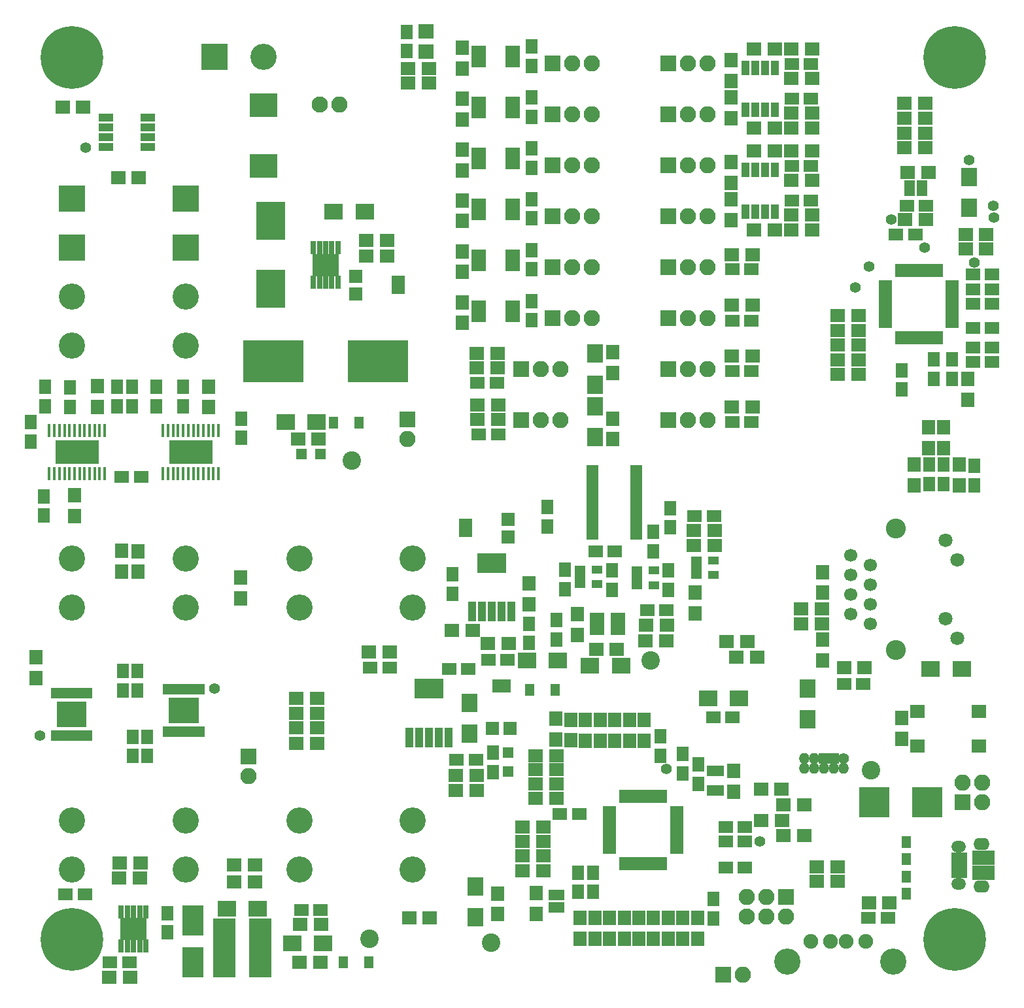
<source format=gbr>
G04 #@! TF.FileFunction,Soldermask,Top*
%FSLAX46Y46*%
G04 Gerber Fmt 4.6, Leading zero omitted, Abs format (unit mm)*
G04 Created by KiCad (PCBNEW 4.0.6) date 01/31/18 03:36:11*
%MOMM*%
%LPD*%
G01*
G04 APERTURE LIST*
%ADD10C,0.100000*%
%ADD11R,2.100000X2.100000*%
%ADD12O,2.100000X2.100000*%
%ADD13C,3.400000*%
%ADD14R,1.650000X1.900000*%
%ADD15R,1.900000X1.650000*%
%ADD16R,1.900000X1.700000*%
%ADD17R,1.000000X1.950000*%
%ADD18R,1.700000X1.900000*%
%ADD19R,1.850000X0.850000*%
%ADD20R,2.400000X2.000000*%
%ADD21R,3.700000X4.900000*%
%ADD22R,2.400000X2.100000*%
%ADD23R,1.300000X1.600000*%
%ADD24R,1.400000X1.400000*%
%ADD25R,2.100000X2.400000*%
%ADD26R,3.900000X3.900000*%
%ADD27C,2.100000*%
%ADD28R,2.050000X0.800000*%
%ADD29O,1.900000X1.500000*%
%ADD30O,2.100000X1.600000*%
%ADD31R,2.900000X1.830000*%
%ADD32R,7.900000X5.400000*%
%ADD33R,3.600000X3.100000*%
%ADD34R,0.650000X1.700000*%
%ADD35R,1.700000X0.650000*%
%ADD36R,0.900000X0.900000*%
%ADD37R,3.400000X3.000000*%
%ADD38R,0.750000X1.750000*%
%ADD39R,1.000000X2.600000*%
%ADD40R,3.850000X2.550000*%
%ADD41R,1.460000X1.050000*%
%ADD42R,1.960000X1.050000*%
%ADD43R,0.850000X1.450000*%
%ADD44R,1.295000X1.870000*%
%ADD45R,0.800000X1.900000*%
%ADD46C,1.400000*%
%ADD47O,1.400000X1.400000*%
%ADD48R,1.700000X1.700000*%
%ADD49R,1.700000X2.400000*%
%ADD50R,1.400000X1.100000*%
%ADD51R,2.200000X1.400000*%
%ADD52R,1.100000X1.400000*%
%ADD53C,8.100000*%
%ADD54C,1.100000*%
%ADD55R,3.400000X3.400000*%
%ADD56R,0.440000X1.740000*%
%ADD57R,5.660000X3.150000*%
%ADD58R,1.500000X0.700000*%
%ADD59C,1.700000*%
%ADD60C,2.584400*%
%ADD61C,1.808000*%
%ADD62R,3.000000X7.700000*%
%ADD63R,2.700000X3.900000*%
%ADD64R,2.400000X1.700000*%
%ADD65R,1.950000X1.700000*%
%ADD66R,1.950000X1.000000*%
%ADD67C,1.901140*%
%ADD68C,3.399740*%
%ADD69C,2.400000*%
G04 APERTURE END LIST*
D10*
D11*
X90683080Y-125227080D03*
D12*
X93223080Y-125227080D03*
D13*
X21040000Y-105295000D03*
X21040000Y-111645000D03*
D14*
X83800000Y-67250000D03*
X83800000Y-64750000D03*
D15*
X102050000Y-20400000D03*
X99550000Y-20400000D03*
X102050000Y-24900000D03*
X99550000Y-24900000D03*
D16*
X99450000Y-18500000D03*
X102150000Y-18500000D03*
D17*
X97405000Y-20950000D03*
X96135000Y-20950000D03*
X94865000Y-20950000D03*
X93595000Y-20950000D03*
X93595000Y-26350000D03*
X94865000Y-26350000D03*
X96135000Y-26350000D03*
X97405000Y-26350000D03*
D16*
X97350000Y-28700000D03*
X94650000Y-28700000D03*
X102150000Y-26800000D03*
X99450000Y-26800000D03*
X97350000Y-18500000D03*
X94650000Y-18500000D03*
X102150000Y-22300000D03*
X99450000Y-22300000D03*
X99450000Y-28700000D03*
X102150000Y-28700000D03*
D11*
X83560000Y-26950000D03*
D12*
X86100000Y-26950000D03*
X88640000Y-26950000D03*
D11*
X83560000Y-20350000D03*
D12*
X86100000Y-20350000D03*
X88640000Y-20350000D03*
D18*
X91700000Y-24750000D03*
X91700000Y-27450000D03*
X91700000Y-22650000D03*
X91700000Y-19950000D03*
D14*
X65830000Y-40440000D03*
X65830000Y-37940000D03*
X65830000Y-33840000D03*
X65830000Y-31340000D03*
X65830000Y-27240000D03*
X65830000Y-24740000D03*
X65830000Y-20640000D03*
X65830000Y-18140000D03*
D18*
X56910000Y-38080000D03*
X56910000Y-40780000D03*
X56910000Y-31480000D03*
X56910000Y-34180000D03*
X56910000Y-24880000D03*
X56910000Y-27580000D03*
X56910000Y-18280000D03*
X56910000Y-20980000D03*
D19*
X63390000Y-40225000D03*
X63390000Y-39575000D03*
X63390000Y-38925000D03*
X63390000Y-38275000D03*
X58990000Y-38275000D03*
X58990000Y-38925000D03*
X58990000Y-39575000D03*
X58990000Y-40225000D03*
X63390000Y-33625000D03*
X63390000Y-32975000D03*
X63390000Y-32325000D03*
X63390000Y-31675000D03*
X58990000Y-31675000D03*
X58990000Y-32325000D03*
X58990000Y-32975000D03*
X58990000Y-33625000D03*
X63390000Y-27025000D03*
X63390000Y-26375000D03*
X63390000Y-25725000D03*
X63390000Y-25075000D03*
X58990000Y-25075000D03*
X58990000Y-25725000D03*
X58990000Y-26375000D03*
X58990000Y-27025000D03*
X63390000Y-20425000D03*
X63390000Y-19775000D03*
X63390000Y-19125000D03*
X63390000Y-18475000D03*
X58990000Y-18475000D03*
X58990000Y-19125000D03*
X58990000Y-19775000D03*
X58990000Y-20425000D03*
D11*
X68590000Y-40150000D03*
D12*
X71130000Y-40150000D03*
X73670000Y-40150000D03*
D11*
X68590000Y-33550000D03*
D12*
X71130000Y-33550000D03*
X73670000Y-33550000D03*
D11*
X68590000Y-26950000D03*
D12*
X71130000Y-26950000D03*
X73670000Y-26950000D03*
D11*
X68590000Y-20350000D03*
D12*
X71130000Y-20350000D03*
X73670000Y-20350000D03*
D19*
X63390000Y-13825000D03*
X63390000Y-13175000D03*
X63390000Y-12525000D03*
X63390000Y-11875000D03*
X58990000Y-11875000D03*
X58990000Y-12525000D03*
X58990000Y-13175000D03*
X58990000Y-13825000D03*
D18*
X56910000Y-11680000D03*
X56910000Y-14380000D03*
D11*
X68590000Y-13750000D03*
D12*
X71130000Y-13750000D03*
X73670000Y-13750000D03*
D14*
X65830000Y-14040000D03*
X65830000Y-11540000D03*
D15*
X123000000Y-38300000D03*
X125500000Y-38300000D03*
X113050000Y-29350000D03*
X115550000Y-29350000D03*
X114450000Y-25550000D03*
X116950000Y-25550000D03*
X108800000Y-87550000D03*
X106300000Y-87550000D03*
D14*
X117350000Y-59150000D03*
X117350000Y-61650000D03*
X119250000Y-59150000D03*
X119250000Y-61650000D03*
X123200000Y-61800000D03*
X123200000Y-59300000D03*
D15*
X123000000Y-34500000D03*
X125500000Y-34500000D03*
D14*
X120350000Y-45500000D03*
X120350000Y-48000000D03*
D15*
X123000000Y-36400000D03*
X125500000Y-36400000D03*
X123000000Y-41400000D03*
X125500000Y-41400000D03*
X123000000Y-43950000D03*
X125500000Y-43950000D03*
D14*
X117900000Y-45500000D03*
X117900000Y-48000000D03*
X113800000Y-46900000D03*
X113800000Y-49400000D03*
D15*
X123000000Y-45800000D03*
X125500000Y-45800000D03*
D20*
X40250000Y-26350000D03*
X44250000Y-26350000D03*
D15*
X8000000Y-114850000D03*
X5500000Y-114850000D03*
X13800000Y-123650000D03*
X11300000Y-123650000D03*
D14*
X18729960Y-119771480D03*
X18729960Y-117271480D03*
D20*
X30400000Y-116650000D03*
X26400000Y-116650000D03*
D14*
X55631080Y-75875200D03*
X55631080Y-73375200D03*
X65506600Y-82255680D03*
X65506600Y-79755680D03*
D15*
X60243400Y-84399120D03*
X62743400Y-84399120D03*
D14*
X69088000Y-81768000D03*
X69088000Y-79268000D03*
D15*
X47462760Y-85468460D03*
X44962760Y-85468460D03*
X56133680Y-97353120D03*
X58633680Y-97353120D03*
X57688800Y-85580220D03*
X55188800Y-85580220D03*
D14*
X60838080Y-96489200D03*
X60838080Y-98989200D03*
D15*
X74150000Y-70400000D03*
X76650000Y-70400000D03*
D14*
X81600000Y-67850000D03*
X81600000Y-70350000D03*
X67871680Y-64623000D03*
X67871680Y-67123000D03*
D15*
X86950000Y-65800000D03*
X89450000Y-65800000D03*
D14*
X70215760Y-72747820D03*
X70215760Y-75247820D03*
D15*
X80817840Y-77973000D03*
X83317840Y-77973000D03*
D14*
X76300000Y-72850000D03*
X76300000Y-75350000D03*
X83600000Y-75350000D03*
X83600000Y-72850000D03*
D15*
X102050000Y-7200000D03*
X99550000Y-7200000D03*
X102050000Y-11700000D03*
X99550000Y-11700000D03*
X58850000Y-48500000D03*
X61350000Y-48500000D03*
X59050000Y-55200000D03*
X61550000Y-55200000D03*
D14*
X49700000Y-3050000D03*
X49700000Y-5550000D03*
D15*
X94350000Y-33800000D03*
X91850000Y-33800000D03*
X94350000Y-40500000D03*
X91850000Y-40500000D03*
X94350000Y-47000000D03*
X91850000Y-47000000D03*
X94350000Y-53600000D03*
X91850000Y-53600000D03*
D14*
X65830000Y-7440000D03*
X65830000Y-4940000D03*
X14800000Y-88400000D03*
X14800000Y-85900000D03*
X12950000Y-88400000D03*
X12950000Y-85900000D03*
X14200000Y-94400000D03*
X14200000Y-96900000D03*
X16100000Y-94400000D03*
X16100000Y-96900000D03*
X17230000Y-49050000D03*
X17230000Y-51550000D03*
X14127480Y-49054700D03*
X14127480Y-51554700D03*
X2890000Y-49050000D03*
X2890000Y-51550000D03*
X1016000Y-56114000D03*
X1016000Y-53614000D03*
X20750000Y-51550000D03*
X20750000Y-49050000D03*
D15*
X12800000Y-60700000D03*
X15300000Y-60700000D03*
D14*
X28239720Y-55672040D03*
X28239720Y-53172040D03*
X6106160Y-51648680D03*
X6106160Y-49148680D03*
X2670000Y-65750000D03*
X2670000Y-63250000D03*
X12192000Y-49042000D03*
X12192000Y-51542000D03*
D15*
X93500000Y-107950000D03*
X91000000Y-107950000D03*
D21*
X32100000Y-36350000D03*
X32100000Y-27550000D03*
D22*
X38050000Y-53600000D03*
X34050000Y-53600000D03*
D23*
X43550000Y-53700000D03*
X40250000Y-53700000D03*
D24*
X36050000Y-57750000D03*
X38550000Y-57750000D03*
D22*
X34900000Y-121200000D03*
X38900000Y-121200000D03*
D23*
X41460960Y-123634760D03*
X44760960Y-123634760D03*
D22*
X77438000Y-85217000D03*
X73438000Y-85217000D03*
D23*
X68949840Y-88300560D03*
X65649840Y-88300560D03*
D25*
X58552080Y-117824000D03*
X58552080Y-113824000D03*
D24*
X62829440Y-96448560D03*
X62829440Y-98948560D03*
D25*
X74100000Y-48750000D03*
X74100000Y-44750000D03*
X74100000Y-51600000D03*
X74100000Y-55600000D03*
D26*
X110250000Y-102900000D03*
X117050000Y-102900000D03*
D27*
X38410000Y-12450000D03*
D12*
X40950000Y-12450000D03*
D27*
X93726000Y-117729000D03*
D12*
X93726000Y-115189000D03*
X96266000Y-117729000D03*
X96266000Y-115189000D03*
X98806000Y-117729000D03*
D11*
X98806000Y-115189000D03*
D28*
X121270000Y-112380000D03*
X121270000Y-111730000D03*
X121270000Y-111080000D03*
X121270000Y-110430000D03*
X121270000Y-109780000D03*
D29*
X121150000Y-113500000D03*
X121150000Y-108660000D03*
D30*
X124150000Y-113810000D03*
X124150000Y-108350000D03*
D31*
X124390000Y-112040000D03*
X124390000Y-110120000D03*
D25*
X101600000Y-92170000D03*
X101600000Y-88170000D03*
D32*
X32450000Y-45775000D03*
X45950000Y-45775000D03*
D22*
X65294760Y-84526120D03*
X69294760Y-84526120D03*
D25*
X57807860Y-90006420D03*
X57807860Y-94006420D03*
D16*
X116950000Y-27400000D03*
X114250000Y-27400000D03*
X117250000Y-21250000D03*
X114550000Y-21250000D03*
X109000000Y-85450000D03*
X106300000Y-85450000D03*
D18*
X103550000Y-84550000D03*
X103550000Y-81850000D03*
X103550000Y-73050000D03*
X103550000Y-75750000D03*
D16*
X103450000Y-79750000D03*
X100750000Y-79750000D03*
X103450000Y-77800000D03*
X100750000Y-77800000D03*
X124750000Y-29300000D03*
X122050000Y-29300000D03*
X92376000Y-84074000D03*
X95076000Y-84074000D03*
X122050000Y-31200000D03*
X124750000Y-31200000D03*
D18*
X115400000Y-59150000D03*
X115400000Y-61850000D03*
X121250000Y-59150000D03*
X121250000Y-61850000D03*
D16*
X116868000Y-18077000D03*
X114168000Y-18077000D03*
X108192800Y-41743320D03*
X105492800Y-41743320D03*
X116868000Y-16177000D03*
X114168000Y-16177000D03*
X108192800Y-39843320D03*
X105492800Y-39843320D03*
X116868000Y-14277000D03*
X114168000Y-14277000D03*
X91106000Y-82042000D03*
X93806000Y-82042000D03*
D18*
X119250000Y-57000000D03*
X119250000Y-54300000D03*
D16*
X114168000Y-12327000D03*
X116868000Y-12327000D03*
X105492800Y-47443320D03*
X108192800Y-47443320D03*
X105492800Y-45543320D03*
X108192800Y-45543320D03*
X105492800Y-43643320D03*
X108192800Y-43643320D03*
D18*
X117300000Y-57000000D03*
X117300000Y-54300000D03*
X122300000Y-48000000D03*
X122300000Y-50700000D03*
D33*
X31175000Y-20425000D03*
X31175000Y-12525000D03*
D16*
X47180000Y-30100000D03*
X44480000Y-30100000D03*
X38300000Y-55800000D03*
X35600000Y-55800000D03*
X12434580Y-112727740D03*
X15134580Y-112727740D03*
X13850000Y-125600000D03*
X11150000Y-125600000D03*
X30041840Y-113223040D03*
X27341840Y-113223040D03*
X38550000Y-123600000D03*
X35850000Y-123600000D03*
X58246000Y-80645000D03*
X55546000Y-80645000D03*
X60173880Y-82296000D03*
X62873880Y-82296000D03*
X47506880Y-83428840D03*
X44806880Y-83428840D03*
X56074320Y-99395280D03*
X58774320Y-99395280D03*
X52698640Y-117896640D03*
X49998640Y-117896640D03*
D18*
X71755000Y-81233000D03*
X71755000Y-78533000D03*
D16*
X86850000Y-69600000D03*
X89550000Y-69600000D03*
X74215000Y-83058000D03*
X76915000Y-83058000D03*
X86850000Y-67700000D03*
X89550000Y-67700000D03*
X83367840Y-79973000D03*
X80667840Y-79973000D03*
X83317840Y-81973000D03*
X80617840Y-81973000D03*
D18*
X91700000Y-9450000D03*
X91700000Y-6750000D03*
X91700000Y-11550000D03*
X91700000Y-14250000D03*
D16*
X99450000Y-5300000D03*
X102150000Y-5300000D03*
X99450000Y-15500000D03*
X102150000Y-15500000D03*
X97350000Y-5300000D03*
X94650000Y-5300000D03*
X97350000Y-15500000D03*
X94650000Y-15500000D03*
X102150000Y-9100000D03*
X99450000Y-9100000D03*
X102150000Y-13600000D03*
X99450000Y-13600000D03*
D18*
X76400000Y-47250000D03*
X76400000Y-44550000D03*
X76400000Y-53150000D03*
X76400000Y-55850000D03*
D16*
X61450000Y-44700000D03*
X58750000Y-44700000D03*
X58750000Y-46600000D03*
X61450000Y-46600000D03*
X61550000Y-51400000D03*
X58850000Y-51400000D03*
X58850000Y-53300000D03*
X61550000Y-53300000D03*
X49838120Y-7808294D03*
X52538120Y-7808294D03*
X52548120Y-9668294D03*
X49848120Y-9668294D03*
X94450000Y-31900000D03*
X91750000Y-31900000D03*
X94450000Y-38500000D03*
X91750000Y-38500000D03*
X94450000Y-45100000D03*
X91750000Y-45100000D03*
X94450000Y-51700000D03*
X91750000Y-51700000D03*
D18*
X56910000Y-5080000D03*
X56910000Y-7780000D03*
X61493400Y-114702600D03*
X61493400Y-117402600D03*
X24018240Y-49002960D03*
X24018240Y-51702960D03*
X6700000Y-65800000D03*
X6700000Y-63100000D03*
X9660000Y-48950000D03*
X9660000Y-51650000D03*
X113800000Y-94700000D03*
X113800000Y-92000000D03*
D34*
X113250000Y-42700000D03*
X113750000Y-42700000D03*
X114250000Y-42700000D03*
X114750000Y-42700000D03*
X115250000Y-42700000D03*
X115750000Y-42700000D03*
X116250000Y-42700000D03*
X116750000Y-42700000D03*
X117250000Y-42700000D03*
X117750000Y-42700000D03*
X118250000Y-42700000D03*
X118750000Y-42700000D03*
D35*
X120350000Y-41100000D03*
X120350000Y-40600000D03*
X120350000Y-40100000D03*
X120350000Y-39600000D03*
X120350000Y-39100000D03*
X120350000Y-38600000D03*
X120350000Y-38100000D03*
X120350000Y-37600000D03*
X120350000Y-37100000D03*
X120350000Y-36600000D03*
X120350000Y-36100000D03*
X120350000Y-35600000D03*
D34*
X118750000Y-34000000D03*
X118250000Y-34000000D03*
X117750000Y-34000000D03*
X117250000Y-34000000D03*
X116750000Y-34000000D03*
X116250000Y-34000000D03*
X115750000Y-34000000D03*
X115250000Y-34000000D03*
X114750000Y-34000000D03*
X114250000Y-34000000D03*
X113750000Y-34000000D03*
X113250000Y-34000000D03*
D35*
X111650000Y-35600000D03*
X111650000Y-36100000D03*
X111650000Y-36600000D03*
X111650000Y-37100000D03*
X111650000Y-37600000D03*
X111650000Y-38100000D03*
X111650000Y-38600000D03*
X111650000Y-39100000D03*
X111650000Y-39600000D03*
X111650000Y-40100000D03*
X111650000Y-40600000D03*
X111650000Y-41100000D03*
D36*
X39200000Y-33275000D03*
X38450000Y-34025000D03*
X39950000Y-34025000D03*
X39950000Y-32525000D03*
X38450000Y-32525000D03*
D37*
X39200000Y-33275000D03*
D38*
X39200000Y-31050000D03*
X40800000Y-31050000D03*
X40000000Y-31050000D03*
X38400000Y-31050000D03*
X37600000Y-31050000D03*
X37600000Y-35500000D03*
X38400000Y-35500000D03*
X39200000Y-35500000D03*
X40000000Y-35500000D03*
X40800000Y-35500000D03*
D36*
X14325600Y-119331740D03*
X13575600Y-120081740D03*
X15075600Y-120081740D03*
X15075600Y-118581740D03*
X13575600Y-118581740D03*
D37*
X14325600Y-119331740D03*
D38*
X14325600Y-117106740D03*
X15925600Y-117106740D03*
X15125600Y-117106740D03*
X13525600Y-117106740D03*
X12725600Y-117106740D03*
X12725600Y-121556740D03*
X13525600Y-121556740D03*
X14325600Y-121556740D03*
X15125600Y-121556740D03*
X15925600Y-121556740D03*
D39*
X61991680Y-78210500D03*
X59451680Y-78210500D03*
D40*
X60721680Y-71910500D03*
D39*
X60721680Y-78210500D03*
X63261680Y-78210500D03*
X58181680Y-78210500D03*
X53870000Y-94487500D03*
X51330000Y-94487500D03*
D40*
X52600000Y-88187500D03*
D39*
X52600000Y-94487500D03*
X55140000Y-94487500D03*
X50060000Y-94487500D03*
D41*
X87200000Y-71550000D03*
X87200000Y-72500000D03*
X87200000Y-73450000D03*
X89400000Y-73450000D03*
X89400000Y-71550000D03*
D42*
X74342000Y-78806000D03*
X74342000Y-79756000D03*
X74342000Y-80706000D03*
X77042000Y-80706000D03*
X77042000Y-78806000D03*
X77042000Y-79756000D03*
D41*
X79500000Y-72850000D03*
X79500000Y-73800000D03*
X79500000Y-74750000D03*
X81700000Y-74750000D03*
X81700000Y-72850000D03*
X72100000Y-72750000D03*
X72100000Y-73700000D03*
X72100000Y-74650000D03*
X74300000Y-74650000D03*
X74300000Y-72750000D03*
D17*
X97405000Y-7750000D03*
X96135000Y-7750000D03*
X94865000Y-7750000D03*
X93595000Y-7750000D03*
X93595000Y-13150000D03*
X94865000Y-13150000D03*
X96135000Y-13150000D03*
X97405000Y-13150000D03*
D19*
X63390000Y-7225000D03*
X63390000Y-6575000D03*
X63390000Y-5925000D03*
X63390000Y-5275000D03*
X58990000Y-5275000D03*
X58990000Y-5925000D03*
X58990000Y-6575000D03*
X58990000Y-7225000D03*
D43*
X8585000Y-88710000D03*
X7935000Y-88710000D03*
X7285000Y-88710000D03*
X6635000Y-88710000D03*
X5985000Y-88710000D03*
X5335000Y-88710000D03*
X4685000Y-88710000D03*
X4035000Y-88710000D03*
X4035000Y-94260000D03*
X4685000Y-94260000D03*
X5335000Y-94260000D03*
X5985000Y-94260000D03*
X6635000Y-94260000D03*
X7285000Y-94260000D03*
X7935000Y-94260000D03*
X8585000Y-94260000D03*
D44*
X4967500Y-92220000D03*
X5862500Y-92220000D03*
X6757500Y-92220000D03*
X7652500Y-92220000D03*
X4967500Y-90750000D03*
X5862500Y-90750000D03*
X6757500Y-90750000D03*
X7652500Y-90750000D03*
D43*
X18572500Y-93760000D03*
X19222500Y-93760000D03*
X19872500Y-93760000D03*
X20522500Y-93760000D03*
X21172500Y-93760000D03*
X21822500Y-93760000D03*
X22472500Y-93760000D03*
X23122500Y-93760000D03*
X23122500Y-88210000D03*
X22472500Y-88210000D03*
X21822500Y-88210000D03*
X21172500Y-88210000D03*
X20522500Y-88210000D03*
X19872500Y-88210000D03*
X19222500Y-88210000D03*
X18572500Y-88210000D03*
D44*
X22190000Y-90250000D03*
X21295000Y-90250000D03*
X20400000Y-90250000D03*
X19505000Y-90250000D03*
X22190000Y-91720000D03*
X21295000Y-91720000D03*
X20400000Y-91720000D03*
X19505000Y-91720000D03*
D34*
X83050000Y-102150000D03*
X82550000Y-102150000D03*
X82050000Y-102150000D03*
X81550000Y-102150000D03*
X81050000Y-102150000D03*
X80550000Y-102150000D03*
X80050000Y-102150000D03*
X79550000Y-102150000D03*
X79050000Y-102150000D03*
X78550000Y-102150000D03*
X78050000Y-102150000D03*
X77550000Y-102150000D03*
D35*
X75950000Y-103750000D03*
X75950000Y-104250000D03*
X75950000Y-104750000D03*
X75950000Y-105250000D03*
X75950000Y-105750000D03*
X75950000Y-106250000D03*
X75950000Y-106750000D03*
X75950000Y-107250000D03*
X75950000Y-107750000D03*
X75950000Y-108250000D03*
X75950000Y-108750000D03*
X75950000Y-109250000D03*
D34*
X77550000Y-110850000D03*
X78050000Y-110850000D03*
X78550000Y-110850000D03*
X79050000Y-110850000D03*
X79550000Y-110850000D03*
X80050000Y-110850000D03*
X80550000Y-110850000D03*
X81050000Y-110850000D03*
X81550000Y-110850000D03*
X82050000Y-110850000D03*
X82550000Y-110850000D03*
X83050000Y-110850000D03*
D35*
X84650000Y-109250000D03*
X84650000Y-108750000D03*
X84650000Y-108250000D03*
X84650000Y-107750000D03*
X84650000Y-107250000D03*
X84650000Y-106750000D03*
X84650000Y-106250000D03*
X84650000Y-105750000D03*
X84650000Y-105250000D03*
X84650000Y-104750000D03*
X84650000Y-104250000D03*
X84650000Y-103750000D03*
D23*
X114360960Y-110279360D03*
X114360960Y-108079360D03*
X114386360Y-112575160D03*
X114386360Y-114775160D03*
D45*
X51550000Y-5630000D03*
X52200000Y-5630000D03*
X52850000Y-5630000D03*
X52850000Y-2970000D03*
X52200000Y-2970000D03*
X51550000Y-2970000D03*
D14*
X87435900Y-100515860D03*
X87435900Y-98015860D03*
X89408000Y-115463000D03*
X89408000Y-117963000D03*
X71900000Y-112000000D03*
X71900000Y-114500000D03*
D15*
X72049960Y-104373680D03*
X69549960Y-104373680D03*
X91007880Y-111368840D03*
X93507880Y-111368840D03*
D14*
X85435900Y-99165860D03*
X85435900Y-96665860D03*
X73800000Y-112000000D03*
X73800000Y-114500000D03*
D15*
X91000000Y-106100000D03*
X93500000Y-106100000D03*
X89387360Y-91866720D03*
X91887360Y-91866720D03*
D14*
X82550000Y-96881000D03*
X82550000Y-94381000D03*
D46*
X106290000Y-97230000D03*
D47*
X106290000Y-98500000D03*
D24*
X105020000Y-97230000D03*
D47*
X105020000Y-98500000D03*
D24*
X103750000Y-97230000D03*
D47*
X103750000Y-98500000D03*
X102480000Y-97230000D03*
X102480000Y-98500000D03*
X101210000Y-97230000D03*
X101210000Y-98500000D03*
D22*
X88749120Y-89435940D03*
X92749120Y-89435940D03*
D25*
X122500000Y-25850000D03*
X122500000Y-21850000D03*
D16*
X44480000Y-32100000D03*
X47180000Y-32100000D03*
X27362160Y-111008160D03*
X30062160Y-111008160D03*
D18*
X92024200Y-98799660D03*
X92024200Y-101499660D03*
X66500000Y-117400000D03*
X66500000Y-114700000D03*
D16*
X98500000Y-107200000D03*
X101200000Y-107200000D03*
D48*
X43130000Y-37025000D03*
X43130000Y-34725000D03*
D49*
X48630000Y-35875000D03*
D50*
X116400000Y-22800000D03*
X114800000Y-23800000D03*
X116400000Y-23800000D03*
X114800000Y-22800000D03*
D51*
X89635900Y-101365860D03*
X89635900Y-98865860D03*
D52*
X69600000Y-116500000D03*
X68600000Y-114900000D03*
X68600000Y-116500000D03*
X69600000Y-114900000D03*
D15*
X111994000Y-117856000D03*
X109494000Y-117856000D03*
D16*
X112221000Y-115951000D03*
X109521000Y-115951000D03*
X67350000Y-109850000D03*
X64650000Y-109850000D03*
X67350000Y-111800000D03*
X64650000Y-111800000D03*
X67350000Y-106150000D03*
X64650000Y-106150000D03*
X67350000Y-108000000D03*
X64650000Y-108000000D03*
D18*
X72850000Y-94900000D03*
X72850000Y-92200000D03*
X70972400Y-94888840D03*
X70972400Y-92188840D03*
X76650000Y-94900000D03*
X76650000Y-92200000D03*
X74750000Y-94900000D03*
X74750000Y-92200000D03*
D16*
X69100000Y-98700000D03*
X66400000Y-98700000D03*
X69100000Y-102400000D03*
X66400000Y-102400000D03*
X69100000Y-96850000D03*
X66400000Y-96850000D03*
X69100000Y-100550000D03*
X66400000Y-100550000D03*
D18*
X87350000Y-117900000D03*
X87350000Y-120600000D03*
X85450000Y-117900000D03*
X85450000Y-120600000D03*
X81650000Y-117900000D03*
X81650000Y-120600000D03*
X83550000Y-117900000D03*
X83550000Y-120600000D03*
D16*
X102790000Y-111252000D03*
X105490000Y-111252000D03*
X102790000Y-113157000D03*
X105490000Y-113157000D03*
X95600000Y-105250000D03*
X98300000Y-105250000D03*
X98472000Y-103251000D03*
X101172000Y-103251000D03*
X95551000Y-101219000D03*
X98251000Y-101219000D03*
D53*
X120650000Y-120650000D03*
D54*
X117850000Y-120650000D03*
X122629890Y-122629890D03*
X120650000Y-123450000D03*
X118670110Y-122629890D03*
X123450000Y-120650000D03*
X118670110Y-118670110D03*
X120650000Y-117850000D03*
X122629890Y-118670110D03*
D53*
X6350000Y-120650000D03*
D54*
X3550000Y-120650000D03*
X8329890Y-122629890D03*
X6350000Y-123450000D03*
X4370110Y-122629890D03*
X9150000Y-120650000D03*
X4370110Y-118670110D03*
X6350000Y-117850000D03*
X8329890Y-118670110D03*
D53*
X120650000Y-6350000D03*
D54*
X117850000Y-6350000D03*
X122629890Y-8329890D03*
X120650000Y-9150000D03*
X118670110Y-8329890D03*
X123450000Y-6350000D03*
X118670110Y-4370110D03*
X120650000Y-3550000D03*
X122629890Y-4370110D03*
D53*
X6350000Y-6350000D03*
D54*
X3550000Y-6350000D03*
X8329890Y-8329890D03*
X6350000Y-9150000D03*
X4370110Y-8329890D03*
X9150000Y-6350000D03*
X4370110Y-4370110D03*
X6350000Y-3550000D03*
X8329890Y-4370110D03*
D16*
X15200000Y-110750000D03*
X12500000Y-110750000D03*
X38600000Y-118750000D03*
X35900000Y-118750000D03*
D13*
X6310000Y-37375000D03*
D55*
X6310000Y-31025000D03*
D13*
X6310000Y-43725000D03*
D55*
X6310000Y-24675000D03*
D13*
X21040000Y-37375000D03*
D55*
X21040000Y-31025000D03*
D13*
X21040000Y-43725000D03*
D55*
X21040000Y-24675000D03*
D13*
X21040000Y-71325000D03*
X21040000Y-77675000D03*
X50500000Y-71325000D03*
X50500000Y-77675000D03*
X35770000Y-71325000D03*
X35770000Y-77675000D03*
X6310000Y-71325000D03*
X6310000Y-77675000D03*
X31175000Y-6310000D03*
D55*
X24825000Y-6310000D03*
D13*
X50500000Y-105295000D03*
X50500000Y-111645000D03*
X35770000Y-105295000D03*
X35770000Y-111645000D03*
X6310000Y-105295000D03*
X6310000Y-111645000D03*
D56*
X18155000Y-60315000D03*
X18805000Y-60315000D03*
X19455000Y-60315000D03*
X20105000Y-60315000D03*
X20755000Y-60315000D03*
X21405000Y-60315000D03*
X22055000Y-60315000D03*
X22705000Y-60315000D03*
X23355000Y-60315000D03*
X24005000Y-60315000D03*
X24655000Y-60315000D03*
X25305000Y-60315000D03*
X25305000Y-54715000D03*
X24655000Y-54715000D03*
X24005000Y-54715000D03*
X23355000Y-54715000D03*
X22705000Y-54715000D03*
X22055000Y-54715000D03*
X21405000Y-54715000D03*
X20755000Y-54715000D03*
X20105000Y-54715000D03*
X19455000Y-54715000D03*
X18805000Y-54715000D03*
X18155000Y-54715000D03*
D57*
X21730000Y-57515000D03*
D56*
X3425000Y-60315000D03*
X4075000Y-60315000D03*
X4725000Y-60315000D03*
X5375000Y-60315000D03*
X6025000Y-60315000D03*
X6675000Y-60315000D03*
X7325000Y-60315000D03*
X7975000Y-60315000D03*
X8625000Y-60315000D03*
X9275000Y-60315000D03*
X9925000Y-60315000D03*
X10575000Y-60315000D03*
X10575000Y-54715000D03*
X9925000Y-54715000D03*
X9275000Y-54715000D03*
X8625000Y-54715000D03*
X7975000Y-54715000D03*
X7325000Y-54715000D03*
X6675000Y-54715000D03*
X6025000Y-54715000D03*
X5375000Y-54715000D03*
X4725000Y-54715000D03*
X4075000Y-54715000D03*
X3425000Y-54715000D03*
D57*
X7000000Y-57515000D03*
D58*
X79415000Y-68500000D03*
X79415000Y-68000000D03*
X79415000Y-67500000D03*
X79415000Y-67000000D03*
X79415000Y-66500000D03*
X79415000Y-66000000D03*
X79415000Y-65500000D03*
X79415000Y-65000000D03*
X79415000Y-64500000D03*
X79415000Y-64000000D03*
X79415000Y-63500000D03*
X79415000Y-63000000D03*
X79415000Y-62500000D03*
X79415000Y-62000000D03*
X79415000Y-61500000D03*
X79415000Y-61000000D03*
X79415000Y-60500000D03*
X79415000Y-60000000D03*
X79415000Y-59500000D03*
X73715000Y-59500000D03*
X73715000Y-60000000D03*
X73715000Y-60500000D03*
X73715000Y-61000000D03*
X73715000Y-61500000D03*
X73715000Y-62000000D03*
X73715000Y-62500000D03*
X73715000Y-63000000D03*
X73715000Y-63500000D03*
X73715000Y-64000000D03*
X73715000Y-64500000D03*
X73715000Y-65000000D03*
X73715000Y-65500000D03*
X73715000Y-66000000D03*
X73715000Y-66500000D03*
X73715000Y-67000000D03*
X73715000Y-67500000D03*
X73715000Y-68000000D03*
X73715000Y-68500000D03*
D11*
X83560000Y-7150000D03*
D12*
X86100000Y-7150000D03*
X88640000Y-7150000D03*
D11*
X83560000Y-13750000D03*
D12*
X86100000Y-13750000D03*
X88640000Y-13750000D03*
D11*
X64490000Y-46750000D03*
D12*
X67030000Y-46750000D03*
X69570000Y-46750000D03*
D11*
X64490000Y-53350000D03*
D12*
X67030000Y-53350000D03*
X69570000Y-53350000D03*
D11*
X68590000Y-7150000D03*
D12*
X71130000Y-7150000D03*
X73670000Y-7150000D03*
D11*
X83560000Y-33550000D03*
D12*
X86100000Y-33550000D03*
X88640000Y-33550000D03*
D11*
X83560000Y-40150000D03*
D12*
X86100000Y-40150000D03*
X88640000Y-40150000D03*
D11*
X83560000Y-46750000D03*
D12*
X86100000Y-46750000D03*
X88640000Y-46750000D03*
D11*
X83560000Y-53350000D03*
D12*
X86100000Y-53350000D03*
X88640000Y-53350000D03*
D22*
X121550000Y-85600000D03*
X117550000Y-85600000D03*
D59*
X107211910Y-70855790D03*
X109751910Y-72125790D03*
X107211910Y-73395790D03*
X109751910Y-74665791D03*
X107211910Y-75935791D03*
X109751910Y-77205790D03*
X107211910Y-78475790D03*
X109751910Y-79745790D03*
D60*
X113051910Y-83175790D03*
X113051910Y-67425790D03*
D61*
X119480500Y-68974530D03*
X121000500Y-81624530D03*
X119480000Y-79086380D03*
X121000000Y-71516380D03*
D62*
X26060000Y-121800000D03*
X30760000Y-121800000D03*
D63*
X22050000Y-123600000D03*
X22050000Y-118200000D03*
D15*
X38550000Y-116900000D03*
X36050000Y-116900000D03*
D46*
X125650000Y-25550000D03*
X112458500Y-27368500D03*
X116713000Y-30988000D03*
X109537500Y-33464500D03*
X107759500Y-36195000D03*
X125700000Y-27100000D03*
X123190000Y-32969200D03*
X122491500Y-19685000D03*
X24800000Y-88200000D03*
X2200000Y-94250000D03*
X83312000Y-98615500D03*
D18*
X65491360Y-77204560D03*
X65491360Y-74504560D03*
D16*
X56018440Y-101384100D03*
X58718440Y-101384100D03*
D48*
X62851480Y-66215880D03*
X62851480Y-68515880D03*
D49*
X57351480Y-67365880D03*
D48*
X63105680Y-93356880D03*
X60805680Y-93356880D03*
D64*
X61955680Y-87856880D03*
D65*
X115825000Y-91150000D03*
X123775000Y-91150000D03*
X115825000Y-95650000D03*
X123775000Y-95650000D03*
D46*
X95377000Y-107950000D03*
D18*
X72150000Y-117900000D03*
X72150000Y-120600000D03*
X69037200Y-94791520D03*
X69037200Y-92091520D03*
X74050000Y-117900000D03*
X74050000Y-120600000D03*
X75950000Y-117900000D03*
X75950000Y-120600000D03*
X77850000Y-117900000D03*
X77850000Y-120600000D03*
X79750000Y-117900000D03*
X79750000Y-120600000D03*
X80450000Y-94900000D03*
X80450000Y-92200000D03*
X78550000Y-94900000D03*
X78550000Y-92200000D03*
D16*
X38100000Y-93250000D03*
X35400000Y-93250000D03*
X38100000Y-95250000D03*
X35400000Y-95250000D03*
X38100000Y-91350000D03*
X35400000Y-91350000D03*
X38100000Y-89400000D03*
X35400000Y-89400000D03*
D18*
X28194000Y-76470500D03*
X28194000Y-73770500D03*
X1730000Y-86810000D03*
X1730000Y-84110000D03*
X12800000Y-73000000D03*
X12800000Y-70300000D03*
X14859000Y-73041500D03*
X14859000Y-70341500D03*
D16*
X12320280Y-21965920D03*
X15020280Y-21965920D03*
X7827000Y-12827000D03*
X5127000Y-12827000D03*
D46*
X8128000Y-18034000D03*
D66*
X10736600Y-14188440D03*
X10736600Y-15458440D03*
X10736600Y-16728440D03*
X10736600Y-17998440D03*
X16136600Y-17998440D03*
X16136600Y-16728440D03*
X16136600Y-15458440D03*
X16136600Y-14188440D03*
D11*
X121660000Y-102850000D03*
D12*
X121660000Y-100310000D03*
X124200000Y-102850000D03*
X124200000Y-100310000D03*
D11*
X49750000Y-53250000D03*
D12*
X49750000Y-55790000D03*
D11*
X29184600Y-96941640D03*
D12*
X29184600Y-99481640D03*
D67*
X101980140Y-120901880D03*
X104520140Y-120901880D03*
X106552140Y-120901880D03*
X109092140Y-120901880D03*
D68*
X98932140Y-123568880D03*
X112648140Y-123568880D03*
D18*
X86995000Y-78439000D03*
X86995000Y-75739000D03*
D69*
X42600880Y-58602880D03*
X44836080Y-120578880D03*
X81285080Y-84536280D03*
X60584080Y-121086880D03*
X109783880Y-98734880D03*
M02*

</source>
